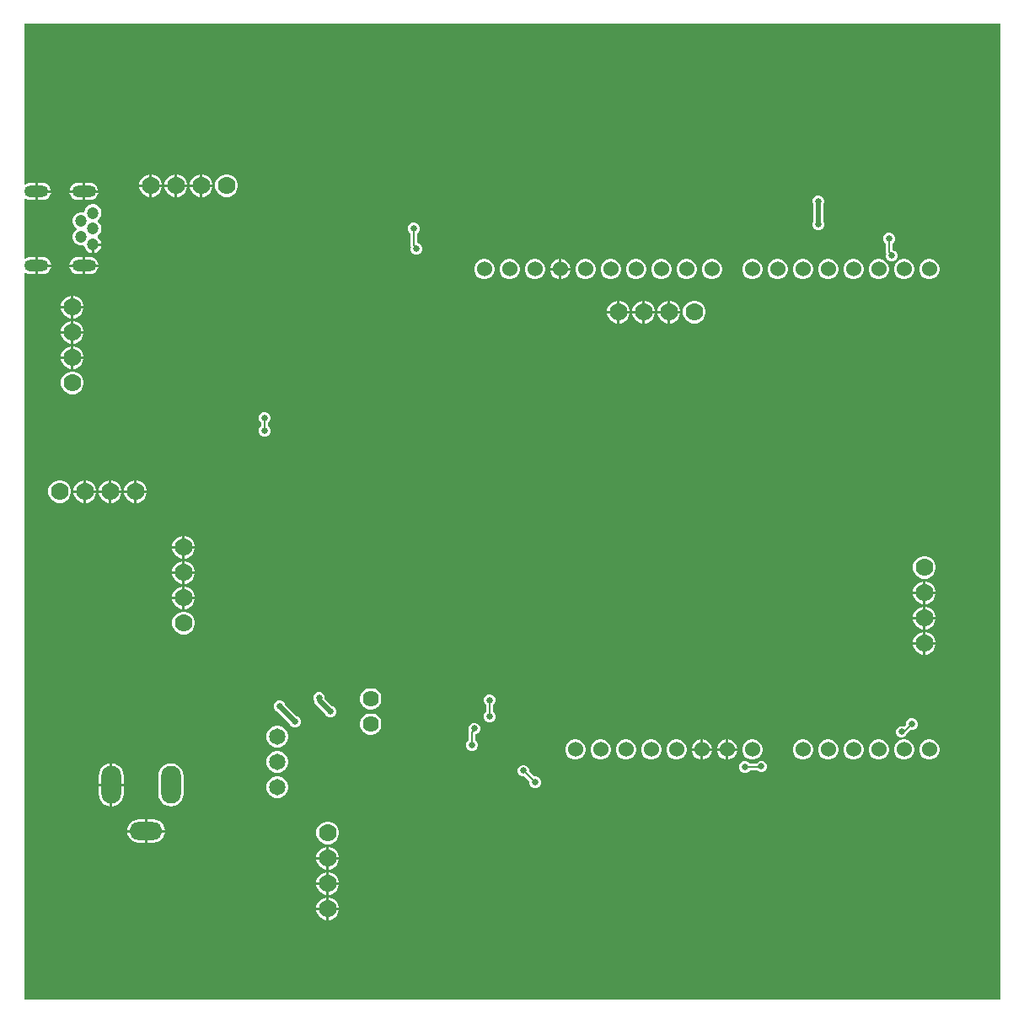
<source format=gbl>
G04*
G04 #@! TF.GenerationSoftware,Altium Limited,Altium Designer,24.1.2 (44)*
G04*
G04 Layer_Physical_Order=2*
G04 Layer_Color=16711680*
%FSLAX44Y44*%
%MOMM*%
G71*
G04*
G04 #@! TF.SameCoordinates,2C86CFE1-E18B-4F6B-AC91-37C5E2943870*
G04*
G04*
G04 #@! TF.FilePolarity,Positive*
G04*
G01*
G75*
%ADD12C,0.5080*%
%ADD14C,0.1524*%
%ADD50C,1.5240*%
%ADD51O,2.4000X1.2000*%
%ADD52C,1.2000*%
%ADD53C,1.7780*%
%ADD54C,1.6200*%
%ADD55C,1.6500*%
%ADD56O,2.0000X3.8000*%
%ADD57O,3.3000X1.8000*%
%ADD58C,0.6350*%
G36*
X985421Y5179D02*
X5179D01*
Y317500D01*
Y735035D01*
X6449Y735662D01*
X7155Y735121D01*
X9232Y734260D01*
X11461Y733967D01*
X16192D01*
Y742580D01*
Y751194D01*
X11461D01*
X9232Y750901D01*
X7155Y750040D01*
X6449Y749499D01*
X5179Y750125D01*
Y809435D01*
X6449Y810061D01*
X7155Y809520D01*
X9232Y808659D01*
X11461Y808366D01*
X16192D01*
Y816980D01*
Y825593D01*
X11461D01*
X9232Y825300D01*
X7155Y824439D01*
X6449Y823898D01*
X5179Y824525D01*
Y985421D01*
X985421D01*
Y5179D01*
D02*
G37*
%LPC*%
G36*
X184385Y834390D02*
X184150D01*
Y824230D01*
X194310D01*
Y824465D01*
X193531Y827372D01*
X192026Y829978D01*
X189898Y832106D01*
X187292Y833611D01*
X184385Y834390D01*
D02*
G37*
G36*
X158985D02*
X158750D01*
Y824230D01*
X168910D01*
Y824465D01*
X168131Y827372D01*
X166626Y829978D01*
X164498Y832106D01*
X161892Y833611D01*
X158985Y834390D01*
D02*
G37*
G36*
X133585D02*
X133350D01*
Y824230D01*
X143510D01*
Y824465D01*
X142731Y827372D01*
X141226Y829978D01*
X139098Y832106D01*
X136492Y833611D01*
X133585Y834390D01*
D02*
G37*
G36*
X181610D02*
X181375D01*
X178468Y833611D01*
X175862Y832106D01*
X173734Y829978D01*
X172229Y827372D01*
X171450Y824465D01*
Y824230D01*
X181610D01*
Y834390D01*
D02*
G37*
G36*
X156210D02*
X155975D01*
X153068Y833611D01*
X150462Y832106D01*
X148334Y829978D01*
X146829Y827372D01*
X146050Y824465D01*
Y824230D01*
X156210D01*
Y834390D01*
D02*
G37*
G36*
X130810D02*
X130575D01*
X127668Y833611D01*
X125062Y832106D01*
X122934Y829978D01*
X121429Y827372D01*
X120650Y824465D01*
Y824230D01*
X130810D01*
Y834390D01*
D02*
G37*
G36*
X70961Y825593D02*
X66231D01*
Y818250D01*
X79408D01*
X79282Y819209D01*
X78421Y821286D01*
X77052Y823070D01*
X75268Y824439D01*
X73191Y825300D01*
X70961Y825593D01*
D02*
G37*
G36*
X23461D02*
X18731D01*
Y818250D01*
X31908D01*
X31782Y819209D01*
X30921Y821286D01*
X29552Y823070D01*
X27768Y824439D01*
X25691Y825300D01*
X23461Y825593D01*
D02*
G37*
G36*
X63692D02*
X58962D01*
X56732Y825300D01*
X54655Y824439D01*
X52871Y823070D01*
X51502Y821286D01*
X50641Y819209D01*
X50515Y818250D01*
X63692D01*
Y825593D01*
D02*
G37*
G36*
X209785Y834390D02*
X206775D01*
X203868Y833611D01*
X201262Y832106D01*
X199134Y829978D01*
X197629Y827372D01*
X196850Y824465D01*
Y821455D01*
X197629Y818548D01*
X199134Y815942D01*
X201262Y813814D01*
X203868Y812309D01*
X206775Y811530D01*
X209785D01*
X212692Y812309D01*
X215298Y813814D01*
X217426Y815942D01*
X218931Y818548D01*
X219710Y821455D01*
Y824465D01*
X218931Y827372D01*
X217426Y829978D01*
X215298Y832106D01*
X212692Y833611D01*
X209785Y834390D01*
D02*
G37*
G36*
X194310Y821690D02*
X184150D01*
Y811530D01*
X184385D01*
X187292Y812309D01*
X189898Y813814D01*
X192026Y815942D01*
X193531Y818548D01*
X194310Y821455D01*
Y821690D01*
D02*
G37*
G36*
X181610D02*
X171450D01*
Y821455D01*
X172229Y818548D01*
X173734Y815942D01*
X175862Y813814D01*
X178468Y812309D01*
X181375Y811530D01*
X181610D01*
Y821690D01*
D02*
G37*
G36*
X168910D02*
X158750D01*
Y811530D01*
X158985D01*
X161892Y812309D01*
X164498Y813814D01*
X166626Y815942D01*
X168131Y818548D01*
X168910Y821455D01*
Y821690D01*
D02*
G37*
G36*
X156210D02*
X146050D01*
Y821455D01*
X146829Y818548D01*
X148334Y815942D01*
X150462Y813814D01*
X153068Y812309D01*
X155975Y811530D01*
X156210D01*
Y821690D01*
D02*
G37*
G36*
X143510D02*
X133350D01*
Y811530D01*
X133585D01*
X136492Y812309D01*
X139098Y813814D01*
X141226Y815942D01*
X142731Y818548D01*
X143510Y821455D01*
Y821690D01*
D02*
G37*
G36*
X130810D02*
X120650D01*
Y821455D01*
X121429Y818548D01*
X122934Y815942D01*
X125062Y813814D01*
X127668Y812309D01*
X130575Y811530D01*
X130810D01*
Y821690D01*
D02*
G37*
G36*
X79408Y815710D02*
X66231D01*
Y808366D01*
X70961D01*
X73191Y808659D01*
X75268Y809520D01*
X77052Y810889D01*
X78421Y812673D01*
X79282Y814750D01*
X79408Y815710D01*
D02*
G37*
G36*
X63692D02*
X50515D01*
X50641Y814750D01*
X51502Y812673D01*
X52871Y810889D01*
X54655Y809520D01*
X56732Y808659D01*
X58962Y808366D01*
X63692D01*
Y815710D01*
D02*
G37*
G36*
X31908D02*
X18731D01*
Y808366D01*
X23461D01*
X25691Y808659D01*
X27768Y809520D01*
X29552Y810889D01*
X30921Y812673D01*
X31782Y814750D01*
X31908Y815710D01*
D02*
G37*
G36*
X75103Y804120D02*
X72854D01*
X70682Y803538D01*
X68735Y802414D01*
X67145Y800824D01*
X66020Y798876D01*
X65438Y796704D01*
X64169Y795826D01*
X63066Y796122D01*
X60817D01*
X58645Y795540D01*
X56698Y794415D01*
X55108Y792825D01*
X53983Y790878D01*
X53401Y788706D01*
Y786457D01*
X53983Y784285D01*
X55108Y782338D01*
X56698Y780748D01*
X57447Y780315D01*
Y778849D01*
X56698Y778416D01*
X55108Y776826D01*
X53983Y774878D01*
X53401Y772707D01*
Y770458D01*
X53983Y768286D01*
X55108Y766339D01*
X56698Y764749D01*
X58645Y763624D01*
X60817Y763042D01*
X63066D01*
X64169Y763338D01*
X65438Y762457D01*
X66020Y760285D01*
X67145Y758337D01*
X68735Y756748D01*
X70682Y755623D01*
X72709Y755080D01*
Y763581D01*
X73979D01*
Y764851D01*
X82479D01*
X81937Y766878D01*
X80812Y768825D01*
X79222Y770415D01*
X78473Y770848D01*
Y772314D01*
X79222Y772747D01*
X80812Y774337D01*
X81937Y776284D01*
X82519Y778456D01*
Y780705D01*
X81937Y782877D01*
X80812Y784824D01*
X79222Y786414D01*
X78473Y786847D01*
Y788314D01*
X79222Y788746D01*
X80812Y790336D01*
X81937Y792284D01*
X82519Y794456D01*
Y796704D01*
X81937Y798876D01*
X80812Y800824D01*
X79222Y802414D01*
X77275Y803538D01*
X75103Y804120D01*
D02*
G37*
G36*
X803777Y812673D02*
X801503D01*
X799403Y811803D01*
X797795Y810195D01*
X796925Y808095D01*
Y805821D01*
X797460Y804528D01*
Y786401D01*
X796925Y785108D01*
Y782834D01*
X797795Y780734D01*
X799403Y779126D01*
X801503Y778256D01*
X803777D01*
X805877Y779126D01*
X807485Y780734D01*
X808355Y782834D01*
Y785108D01*
X807820Y786401D01*
Y804528D01*
X808355Y805821D01*
Y808095D01*
X807485Y810195D01*
X805877Y811803D01*
X803777Y812673D01*
D02*
G37*
G36*
X82479Y762311D02*
X75248D01*
Y755080D01*
X77275Y755623D01*
X79222Y756748D01*
X80812Y758337D01*
X81937Y760285D01*
X82479Y762311D01*
D02*
G37*
G36*
X397377Y785495D02*
X395103D01*
X393003Y784625D01*
X391395Y783017D01*
X390525Y780917D01*
Y778643D01*
X391395Y776543D01*
X392873Y775064D01*
Y763306D01*
X393130Y762018D01*
X393453Y761534D01*
X393065Y760597D01*
Y758323D01*
X393935Y756223D01*
X395543Y754615D01*
X397643Y753745D01*
X399917D01*
X402017Y754615D01*
X403625Y756223D01*
X404495Y758323D01*
Y760597D01*
X403625Y762697D01*
X402017Y764305D01*
X399917Y765175D01*
X399607D01*
Y775064D01*
X401085Y776543D01*
X401955Y778643D01*
Y780917D01*
X401085Y783017D01*
X399477Y784625D01*
X397377Y785495D01*
D02*
G37*
G36*
X874897Y775335D02*
X872623D01*
X870523Y774465D01*
X868915Y772857D01*
X868045Y770757D01*
Y768483D01*
X868915Y766383D01*
X870393Y764904D01*
Y756448D01*
X870650Y755160D01*
X870973Y754676D01*
X870585Y753739D01*
Y751465D01*
X871455Y749365D01*
X873063Y747757D01*
X875163Y746887D01*
X877437D01*
X879537Y747757D01*
X881145Y749365D01*
X882015Y751465D01*
Y753739D01*
X881145Y755839D01*
X879537Y757447D01*
X877437Y758317D01*
X877127D01*
Y764904D01*
X878605Y766383D01*
X879475Y768483D01*
Y770757D01*
X878605Y772857D01*
X876997Y774465D01*
X874897Y775335D01*
D02*
G37*
G36*
X70961Y751194D02*
X66231D01*
Y743850D01*
X79408D01*
X79282Y744810D01*
X78421Y746887D01*
X77052Y748671D01*
X75268Y750040D01*
X73191Y750901D01*
X70961Y751194D01*
D02*
G37*
G36*
X23461D02*
X18731D01*
Y743850D01*
X31908D01*
X31782Y744810D01*
X30921Y746887D01*
X29552Y748671D01*
X27768Y750040D01*
X25691Y750901D01*
X23461Y751194D01*
D02*
G37*
G36*
X63692D02*
X58962D01*
X56732Y750901D01*
X54655Y750040D01*
X52871Y748671D01*
X51502Y746887D01*
X50641Y744810D01*
X50515Y743850D01*
X63692D01*
Y751194D01*
D02*
G37*
G36*
X544898Y749300D02*
X544830D01*
Y740410D01*
X553720D01*
Y740478D01*
X553028Y743062D01*
X551690Y745378D01*
X549798Y747270D01*
X547482Y748608D01*
X544898Y749300D01*
D02*
G37*
G36*
X542290D02*
X542222D01*
X539638Y748608D01*
X537322Y747270D01*
X535430Y745378D01*
X534092Y743062D01*
X533400Y740478D01*
Y740410D01*
X542290D01*
Y749300D01*
D02*
G37*
G36*
X79408Y741310D02*
X66231D01*
Y733967D01*
X70961D01*
X73191Y734260D01*
X75268Y735121D01*
X77052Y736490D01*
X78421Y738274D01*
X79282Y740351D01*
X79408Y741310D01*
D02*
G37*
G36*
X63692D02*
X50515D01*
X50641Y740351D01*
X51502Y738274D01*
X52871Y736490D01*
X54655Y735121D01*
X56732Y734260D01*
X58962Y733967D01*
X63692D01*
Y741310D01*
D02*
G37*
G36*
X31908D02*
X18731D01*
Y733967D01*
X23461D01*
X25691Y734260D01*
X27768Y735121D01*
X29552Y736490D01*
X30921Y738274D01*
X31782Y740351D01*
X31908Y741310D01*
D02*
G37*
G36*
X915738Y749300D02*
X913062D01*
X910478Y748608D01*
X908162Y747270D01*
X906270Y745378D01*
X904932Y743062D01*
X904240Y740478D01*
Y737802D01*
X904932Y735218D01*
X906270Y732902D01*
X908162Y731010D01*
X910478Y729672D01*
X913062Y728980D01*
X915738D01*
X918322Y729672D01*
X920638Y731010D01*
X922530Y732902D01*
X923868Y735218D01*
X924560Y737802D01*
Y740478D01*
X923868Y743062D01*
X922530Y745378D01*
X920638Y747270D01*
X918322Y748608D01*
X915738Y749300D01*
D02*
G37*
G36*
X890338D02*
X887662D01*
X885078Y748608D01*
X882762Y747270D01*
X880870Y745378D01*
X879532Y743062D01*
X878840Y740478D01*
Y737802D01*
X879532Y735218D01*
X880870Y732902D01*
X882762Y731010D01*
X885078Y729672D01*
X887662Y728980D01*
X890338D01*
X892922Y729672D01*
X895238Y731010D01*
X897130Y732902D01*
X898468Y735218D01*
X899160Y737802D01*
Y740478D01*
X898468Y743062D01*
X897130Y745378D01*
X895238Y747270D01*
X892922Y748608D01*
X890338Y749300D01*
D02*
G37*
G36*
X864938D02*
X862262D01*
X859678Y748608D01*
X857362Y747270D01*
X855470Y745378D01*
X854132Y743062D01*
X853440Y740478D01*
Y737802D01*
X854132Y735218D01*
X855470Y732902D01*
X857362Y731010D01*
X859678Y729672D01*
X862262Y728980D01*
X864938D01*
X867522Y729672D01*
X869838Y731010D01*
X871730Y732902D01*
X873068Y735218D01*
X873760Y737802D01*
Y740478D01*
X873068Y743062D01*
X871730Y745378D01*
X869838Y747270D01*
X867522Y748608D01*
X864938Y749300D01*
D02*
G37*
G36*
X839538D02*
X836862D01*
X834278Y748608D01*
X831962Y747270D01*
X830070Y745378D01*
X828732Y743062D01*
X828040Y740478D01*
Y737802D01*
X828732Y735218D01*
X830070Y732902D01*
X831962Y731010D01*
X834278Y729672D01*
X836862Y728980D01*
X839538D01*
X842122Y729672D01*
X844438Y731010D01*
X846330Y732902D01*
X847668Y735218D01*
X848360Y737802D01*
Y740478D01*
X847668Y743062D01*
X846330Y745378D01*
X844438Y747270D01*
X842122Y748608D01*
X839538Y749300D01*
D02*
G37*
G36*
X814138D02*
X811462D01*
X808878Y748608D01*
X806562Y747270D01*
X804670Y745378D01*
X803332Y743062D01*
X802640Y740478D01*
Y737802D01*
X803332Y735218D01*
X804670Y732902D01*
X806562Y731010D01*
X808878Y729672D01*
X811462Y728980D01*
X814138D01*
X816722Y729672D01*
X819038Y731010D01*
X820930Y732902D01*
X822268Y735218D01*
X822960Y737802D01*
Y740478D01*
X822268Y743062D01*
X820930Y745378D01*
X819038Y747270D01*
X816722Y748608D01*
X814138Y749300D01*
D02*
G37*
G36*
X788738D02*
X786062D01*
X783478Y748608D01*
X781162Y747270D01*
X779270Y745378D01*
X777932Y743062D01*
X777240Y740478D01*
Y737802D01*
X777932Y735218D01*
X779270Y732902D01*
X781162Y731010D01*
X783478Y729672D01*
X786062Y728980D01*
X788738D01*
X791322Y729672D01*
X793638Y731010D01*
X795530Y732902D01*
X796868Y735218D01*
X797560Y737802D01*
Y740478D01*
X796868Y743062D01*
X795530Y745378D01*
X793638Y747270D01*
X791322Y748608D01*
X788738Y749300D01*
D02*
G37*
G36*
X763338D02*
X760662D01*
X758078Y748608D01*
X755762Y747270D01*
X753870Y745378D01*
X752532Y743062D01*
X751840Y740478D01*
Y737802D01*
X752532Y735218D01*
X753870Y732902D01*
X755762Y731010D01*
X758078Y729672D01*
X760662Y728980D01*
X763338D01*
X765922Y729672D01*
X768238Y731010D01*
X770130Y732902D01*
X771468Y735218D01*
X772160Y737802D01*
Y740478D01*
X771468Y743062D01*
X770130Y745378D01*
X768238Y747270D01*
X765922Y748608D01*
X763338Y749300D01*
D02*
G37*
G36*
X737938D02*
X735262D01*
X732678Y748608D01*
X730362Y747270D01*
X728470Y745378D01*
X727132Y743062D01*
X726440Y740478D01*
Y737802D01*
X727132Y735218D01*
X728470Y732902D01*
X730362Y731010D01*
X732678Y729672D01*
X735262Y728980D01*
X737938D01*
X740522Y729672D01*
X742838Y731010D01*
X744730Y732902D01*
X746068Y735218D01*
X746760Y737802D01*
Y740478D01*
X746068Y743062D01*
X744730Y745378D01*
X742838Y747270D01*
X740522Y748608D01*
X737938Y749300D01*
D02*
G37*
G36*
X697298D02*
X694622D01*
X692038Y748608D01*
X689722Y747270D01*
X687830Y745378D01*
X686492Y743062D01*
X685800Y740478D01*
Y737802D01*
X686492Y735218D01*
X687830Y732902D01*
X689722Y731010D01*
X692038Y729672D01*
X694622Y728980D01*
X697298D01*
X699882Y729672D01*
X702198Y731010D01*
X704090Y732902D01*
X705428Y735218D01*
X706120Y737802D01*
Y740478D01*
X705428Y743062D01*
X704090Y745378D01*
X702198Y747270D01*
X699882Y748608D01*
X697298Y749300D01*
D02*
G37*
G36*
X671898D02*
X669222D01*
X666638Y748608D01*
X664322Y747270D01*
X662430Y745378D01*
X661092Y743062D01*
X660400Y740478D01*
Y737802D01*
X661092Y735218D01*
X662430Y732902D01*
X664322Y731010D01*
X666638Y729672D01*
X669222Y728980D01*
X671898D01*
X674482Y729672D01*
X676798Y731010D01*
X678690Y732902D01*
X680028Y735218D01*
X680720Y737802D01*
Y740478D01*
X680028Y743062D01*
X678690Y745378D01*
X676798Y747270D01*
X674482Y748608D01*
X671898Y749300D01*
D02*
G37*
G36*
X646498D02*
X643822D01*
X641238Y748608D01*
X638922Y747270D01*
X637030Y745378D01*
X635692Y743062D01*
X635000Y740478D01*
Y737802D01*
X635692Y735218D01*
X637030Y732902D01*
X638922Y731010D01*
X641238Y729672D01*
X643822Y728980D01*
X646498D01*
X649082Y729672D01*
X651398Y731010D01*
X653290Y732902D01*
X654628Y735218D01*
X655320Y737802D01*
Y740478D01*
X654628Y743062D01*
X653290Y745378D01*
X651398Y747270D01*
X649082Y748608D01*
X646498Y749300D01*
D02*
G37*
G36*
X621098D02*
X618422D01*
X615838Y748608D01*
X613522Y747270D01*
X611630Y745378D01*
X610292Y743062D01*
X609600Y740478D01*
Y737802D01*
X610292Y735218D01*
X611630Y732902D01*
X613522Y731010D01*
X615838Y729672D01*
X618422Y728980D01*
X621098D01*
X623682Y729672D01*
X625998Y731010D01*
X627890Y732902D01*
X629228Y735218D01*
X629920Y737802D01*
Y740478D01*
X629228Y743062D01*
X627890Y745378D01*
X625998Y747270D01*
X623682Y748608D01*
X621098Y749300D01*
D02*
G37*
G36*
X595698D02*
X593022D01*
X590438Y748608D01*
X588122Y747270D01*
X586230Y745378D01*
X584892Y743062D01*
X584200Y740478D01*
Y737802D01*
X584892Y735218D01*
X586230Y732902D01*
X588122Y731010D01*
X590438Y729672D01*
X593022Y728980D01*
X595698D01*
X598282Y729672D01*
X600598Y731010D01*
X602490Y732902D01*
X603828Y735218D01*
X604520Y737802D01*
Y740478D01*
X603828Y743062D01*
X602490Y745378D01*
X600598Y747270D01*
X598282Y748608D01*
X595698Y749300D01*
D02*
G37*
G36*
X570298D02*
X567622D01*
X565038Y748608D01*
X562722Y747270D01*
X560830Y745378D01*
X559492Y743062D01*
X558800Y740478D01*
Y737802D01*
X559492Y735218D01*
X560830Y732902D01*
X562722Y731010D01*
X565038Y729672D01*
X567622Y728980D01*
X570298D01*
X572882Y729672D01*
X575198Y731010D01*
X577090Y732902D01*
X578428Y735218D01*
X579120Y737802D01*
Y740478D01*
X578428Y743062D01*
X577090Y745378D01*
X575198Y747270D01*
X572882Y748608D01*
X570298Y749300D01*
D02*
G37*
G36*
X553720Y737870D02*
X544830D01*
Y728980D01*
X544898D01*
X547482Y729672D01*
X549798Y731010D01*
X551690Y732902D01*
X553028Y735218D01*
X553720Y737802D01*
Y737870D01*
D02*
G37*
G36*
X542290D02*
X533400D01*
Y737802D01*
X534092Y735218D01*
X535430Y732902D01*
X537322Y731010D01*
X539638Y729672D01*
X542222Y728980D01*
X542290D01*
Y737870D01*
D02*
G37*
G36*
X519498Y749300D02*
X516822D01*
X514238Y748608D01*
X511922Y747270D01*
X510030Y745378D01*
X508692Y743062D01*
X508000Y740478D01*
Y737802D01*
X508692Y735218D01*
X510030Y732902D01*
X511922Y731010D01*
X514238Y729672D01*
X516822Y728980D01*
X519498D01*
X522082Y729672D01*
X524398Y731010D01*
X526290Y732902D01*
X527628Y735218D01*
X528320Y737802D01*
Y740478D01*
X527628Y743062D01*
X526290Y745378D01*
X524398Y747270D01*
X522082Y748608D01*
X519498Y749300D01*
D02*
G37*
G36*
X494098D02*
X491422D01*
X488838Y748608D01*
X486522Y747270D01*
X484630Y745378D01*
X483292Y743062D01*
X482600Y740478D01*
Y737802D01*
X483292Y735218D01*
X484630Y732902D01*
X486522Y731010D01*
X488838Y729672D01*
X491422Y728980D01*
X494098D01*
X496682Y729672D01*
X498998Y731010D01*
X500890Y732902D01*
X502228Y735218D01*
X502920Y737802D01*
Y740478D01*
X502228Y743062D01*
X500890Y745378D01*
X498998Y747270D01*
X496682Y748608D01*
X494098Y749300D01*
D02*
G37*
G36*
X468698D02*
X466022D01*
X463438Y748608D01*
X461122Y747270D01*
X459230Y745378D01*
X457892Y743062D01*
X457200Y740478D01*
Y737802D01*
X457892Y735218D01*
X459230Y732902D01*
X461122Y731010D01*
X463438Y729672D01*
X466022Y728980D01*
X468698D01*
X471282Y729672D01*
X473598Y731010D01*
X475490Y732902D01*
X476828Y735218D01*
X477520Y737802D01*
Y740478D01*
X476828Y743062D01*
X475490Y745378D01*
X473598Y747270D01*
X471282Y748608D01*
X468698Y749300D01*
D02*
G37*
G36*
X54845Y712470D02*
X54610D01*
Y702310D01*
X64770D01*
Y702545D01*
X63991Y705452D01*
X62486Y708058D01*
X60358Y710186D01*
X57752Y711691D01*
X54845Y712470D01*
D02*
G37*
G36*
X52070D02*
X51835D01*
X48928Y711691D01*
X46322Y710186D01*
X44194Y708058D01*
X42689Y705452D01*
X41910Y702545D01*
Y702310D01*
X52070D01*
Y712470D01*
D02*
G37*
G36*
X654285Y707390D02*
X654050D01*
Y697230D01*
X664210D01*
Y697465D01*
X663431Y700372D01*
X661926Y702978D01*
X659798Y705106D01*
X657192Y706611D01*
X654285Y707390D01*
D02*
G37*
G36*
X628885D02*
X628650D01*
Y697230D01*
X638810D01*
Y697465D01*
X638031Y700372D01*
X636526Y702978D01*
X634398Y705106D01*
X631792Y706611D01*
X628885Y707390D01*
D02*
G37*
G36*
X603485D02*
X603250D01*
Y697230D01*
X613410D01*
Y697465D01*
X612631Y700372D01*
X611126Y702978D01*
X608998Y705106D01*
X606392Y706611D01*
X603485Y707390D01*
D02*
G37*
G36*
X626110D02*
X625875D01*
X622968Y706611D01*
X620362Y705106D01*
X618234Y702978D01*
X616729Y700372D01*
X615950Y697465D01*
Y697230D01*
X626110D01*
Y707390D01*
D02*
G37*
G36*
X651510D02*
X651275D01*
X648368Y706611D01*
X645762Y705106D01*
X643634Y702978D01*
X642129Y700372D01*
X641350Y697465D01*
Y697230D01*
X651510D01*
Y707390D01*
D02*
G37*
G36*
X600710D02*
X600475D01*
X597568Y706611D01*
X594962Y705106D01*
X592834Y702978D01*
X591329Y700372D01*
X590550Y697465D01*
Y697230D01*
X600710D01*
Y707390D01*
D02*
G37*
G36*
X64770Y699770D02*
X54610D01*
Y689610D01*
X54845D01*
X57752Y690389D01*
X60358Y691894D01*
X62486Y694022D01*
X63991Y696628D01*
X64770Y699535D01*
Y699770D01*
D02*
G37*
G36*
X52070D02*
X41910D01*
Y699535D01*
X42689Y696628D01*
X44194Y694022D01*
X46322Y691894D01*
X48928Y690389D01*
X51835Y689610D01*
X52070D01*
Y699770D01*
D02*
G37*
G36*
X679685Y707390D02*
X676675D01*
X673768Y706611D01*
X671162Y705106D01*
X669034Y702978D01*
X667529Y700372D01*
X666750Y697465D01*
Y694455D01*
X667529Y691548D01*
X669034Y688942D01*
X671162Y686814D01*
X673768Y685309D01*
X676675Y684530D01*
X679685D01*
X682592Y685309D01*
X685198Y686814D01*
X687326Y688942D01*
X688831Y691548D01*
X689610Y694455D01*
Y697465D01*
X688831Y700372D01*
X687326Y702978D01*
X685198Y705106D01*
X682592Y706611D01*
X679685Y707390D01*
D02*
G37*
G36*
X664210Y694690D02*
X654050D01*
Y684530D01*
X654285D01*
X657192Y685309D01*
X659798Y686814D01*
X661926Y688942D01*
X663431Y691548D01*
X664210Y694455D01*
Y694690D01*
D02*
G37*
G36*
X651510D02*
X641350D01*
Y694455D01*
X642129Y691548D01*
X643634Y688942D01*
X645762Y686814D01*
X648368Y685309D01*
X651275Y684530D01*
X651510D01*
Y694690D01*
D02*
G37*
G36*
X638810D02*
X628650D01*
Y684530D01*
X628885D01*
X631792Y685309D01*
X634398Y686814D01*
X636526Y688942D01*
X638031Y691548D01*
X638810Y694455D01*
Y694690D01*
D02*
G37*
G36*
X626110D02*
X615950D01*
Y694455D01*
X616729Y691548D01*
X618234Y688942D01*
X620362Y686814D01*
X622968Y685309D01*
X625875Y684530D01*
X626110D01*
Y694690D01*
D02*
G37*
G36*
X613410D02*
X603250D01*
Y684530D01*
X603485D01*
X606392Y685309D01*
X608998Y686814D01*
X611126Y688942D01*
X612631Y691548D01*
X613410Y694455D01*
Y694690D01*
D02*
G37*
G36*
X600710D02*
X590550D01*
Y694455D01*
X591329Y691548D01*
X592834Y688942D01*
X594962Y686814D01*
X597568Y685309D01*
X600475Y684530D01*
X600710D01*
Y694690D01*
D02*
G37*
G36*
X54845Y687070D02*
X54610D01*
Y676910D01*
X64770D01*
Y677145D01*
X63991Y680052D01*
X62486Y682658D01*
X60358Y684786D01*
X57752Y686291D01*
X54845Y687070D01*
D02*
G37*
G36*
X52070D02*
X51835D01*
X48928Y686291D01*
X46322Y684786D01*
X44194Y682658D01*
X42689Y680052D01*
X41910Y677145D01*
Y676910D01*
X52070D01*
Y687070D01*
D02*
G37*
G36*
X64770Y674370D02*
X54610D01*
Y664210D01*
X54845D01*
X57752Y664989D01*
X60358Y666494D01*
X62486Y668622D01*
X63991Y671228D01*
X64770Y674135D01*
Y674370D01*
D02*
G37*
G36*
X52070D02*
X41910D01*
Y674135D01*
X42689Y671228D01*
X44194Y668622D01*
X46322Y666494D01*
X48928Y664989D01*
X51835Y664210D01*
X52070D01*
Y674370D01*
D02*
G37*
G36*
X54845Y661670D02*
X54610D01*
Y651510D01*
X64770D01*
Y651745D01*
X63991Y654652D01*
X62486Y657258D01*
X60358Y659386D01*
X57752Y660891D01*
X54845Y661670D01*
D02*
G37*
G36*
X52070D02*
X51835D01*
X48928Y660891D01*
X46322Y659386D01*
X44194Y657258D01*
X42689Y654652D01*
X41910Y651745D01*
Y651510D01*
X52070D01*
Y661670D01*
D02*
G37*
G36*
X64770Y648970D02*
X54610D01*
Y638810D01*
X54845D01*
X57752Y639589D01*
X60358Y641094D01*
X62486Y643222D01*
X63991Y645828D01*
X64770Y648735D01*
Y648970D01*
D02*
G37*
G36*
X52070D02*
X41910D01*
Y648735D01*
X42689Y645828D01*
X44194Y643222D01*
X46322Y641094D01*
X48928Y639589D01*
X51835Y638810D01*
X52070D01*
Y648970D01*
D02*
G37*
G36*
X54845Y636270D02*
X51835D01*
X48928Y635491D01*
X46322Y633986D01*
X44194Y631858D01*
X42689Y629252D01*
X41910Y626345D01*
Y623335D01*
X42689Y620428D01*
X44194Y617822D01*
X46322Y615694D01*
X48928Y614189D01*
X51835Y613410D01*
X54845D01*
X57752Y614189D01*
X60358Y615694D01*
X62486Y617822D01*
X63991Y620428D01*
X64770Y623335D01*
Y626345D01*
X63991Y629252D01*
X62486Y631858D01*
X60358Y633986D01*
X57752Y635491D01*
X54845Y636270D01*
D02*
G37*
G36*
X247517Y595249D02*
X245243D01*
X243143Y594379D01*
X241535Y592771D01*
X240665Y590671D01*
Y588397D01*
X241535Y586297D01*
X243013Y584818D01*
Y581296D01*
X241535Y579817D01*
X240665Y577717D01*
Y575443D01*
X241535Y573343D01*
X243143Y571735D01*
X245243Y570865D01*
X247517D01*
X249617Y571735D01*
X251225Y573343D01*
X252095Y575443D01*
Y577717D01*
X251225Y579817D01*
X249747Y581296D01*
Y584818D01*
X251225Y586297D01*
X252095Y588397D01*
Y590671D01*
X251225Y592771D01*
X249617Y594379D01*
X247517Y595249D01*
D02*
G37*
G36*
X118345Y527050D02*
X118110D01*
Y516890D01*
X128270D01*
Y517125D01*
X127491Y520032D01*
X125986Y522638D01*
X123858Y524766D01*
X121252Y526271D01*
X118345Y527050D01*
D02*
G37*
G36*
X115570D02*
X115335D01*
X112428Y526271D01*
X109822Y524766D01*
X107694Y522638D01*
X106189Y520032D01*
X105410Y517125D01*
Y516890D01*
X115570D01*
Y527050D01*
D02*
G37*
G36*
X92945D02*
X92710D01*
Y516890D01*
X102870D01*
Y517125D01*
X102091Y520032D01*
X100586Y522638D01*
X98458Y524766D01*
X95852Y526271D01*
X92945Y527050D01*
D02*
G37*
G36*
X90170D02*
X89935D01*
X87028Y526271D01*
X84422Y524766D01*
X82294Y522638D01*
X80789Y520032D01*
X80010Y517125D01*
Y516890D01*
X90170D01*
Y527050D01*
D02*
G37*
G36*
X67545D02*
X67310D01*
Y516890D01*
X77470D01*
Y517125D01*
X76691Y520032D01*
X75186Y522638D01*
X73058Y524766D01*
X70452Y526271D01*
X67545Y527050D01*
D02*
G37*
G36*
X64770D02*
X64535D01*
X61628Y526271D01*
X59022Y524766D01*
X56894Y522638D01*
X55389Y520032D01*
X54610Y517125D01*
Y516890D01*
X64770D01*
Y527050D01*
D02*
G37*
G36*
X128270Y514350D02*
X118110D01*
Y504190D01*
X118345D01*
X121252Y504969D01*
X123858Y506474D01*
X125986Y508602D01*
X127491Y511208D01*
X128270Y514115D01*
Y514350D01*
D02*
G37*
G36*
X115570D02*
X105410D01*
Y514115D01*
X106189Y511208D01*
X107694Y508602D01*
X109822Y506474D01*
X112428Y504969D01*
X115335Y504190D01*
X115570D01*
Y514350D01*
D02*
G37*
G36*
X102870D02*
X92710D01*
Y504190D01*
X92945D01*
X95852Y504969D01*
X98458Y506474D01*
X100586Y508602D01*
X102091Y511208D01*
X102870Y514115D01*
Y514350D01*
D02*
G37*
G36*
X90170D02*
X80010D01*
Y514115D01*
X80789Y511208D01*
X82294Y508602D01*
X84422Y506474D01*
X87028Y504969D01*
X89935Y504190D01*
X90170D01*
Y514350D01*
D02*
G37*
G36*
X77470D02*
X67310D01*
Y504190D01*
X67545D01*
X70452Y504969D01*
X73058Y506474D01*
X75186Y508602D01*
X76691Y511208D01*
X77470Y514115D01*
Y514350D01*
D02*
G37*
G36*
X64770D02*
X54610D01*
Y514115D01*
X55389Y511208D01*
X56894Y508602D01*
X59022Y506474D01*
X61628Y504969D01*
X64535Y504190D01*
X64770D01*
Y514350D01*
D02*
G37*
G36*
X42145Y527050D02*
X39135D01*
X36228Y526271D01*
X33622Y524766D01*
X31494Y522638D01*
X29989Y520032D01*
X29210Y517125D01*
Y514115D01*
X29989Y511208D01*
X31494Y508602D01*
X33622Y506474D01*
X36228Y504969D01*
X39135Y504190D01*
X42145D01*
X45052Y504969D01*
X47658Y506474D01*
X49786Y508602D01*
X51291Y511208D01*
X52070Y514115D01*
Y517125D01*
X51291Y520032D01*
X49786Y522638D01*
X47658Y524766D01*
X45052Y526271D01*
X42145Y527050D01*
D02*
G37*
G36*
X166605Y471170D02*
X166370D01*
Y461010D01*
X176530D01*
Y461245D01*
X175751Y464152D01*
X174246Y466758D01*
X172118Y468886D01*
X169512Y470391D01*
X166605Y471170D01*
D02*
G37*
G36*
X163830D02*
X163595D01*
X160688Y470391D01*
X158082Y468886D01*
X155954Y466758D01*
X154449Y464152D01*
X153670Y461245D01*
Y461010D01*
X163830D01*
Y471170D01*
D02*
G37*
G36*
X176530Y458470D02*
X166370D01*
Y448310D01*
X166605D01*
X169512Y449089D01*
X172118Y450594D01*
X174246Y452722D01*
X175751Y455328D01*
X176530Y458235D01*
Y458470D01*
D02*
G37*
G36*
X163830D02*
X153670D01*
Y458235D01*
X154449Y455328D01*
X155954Y452722D01*
X158082Y450594D01*
X160688Y449089D01*
X163595Y448310D01*
X163830D01*
Y458470D01*
D02*
G37*
G36*
X166605Y445770D02*
X166370D01*
Y435610D01*
X176530D01*
Y435845D01*
X175751Y438752D01*
X174246Y441358D01*
X172118Y443486D01*
X169512Y444991D01*
X166605Y445770D01*
D02*
G37*
G36*
X163830D02*
X163595D01*
X160688Y444991D01*
X158082Y443486D01*
X155954Y441358D01*
X154449Y438752D01*
X153670Y435845D01*
Y435610D01*
X163830D01*
Y445770D01*
D02*
G37*
G36*
X910825Y450850D02*
X907815D01*
X904908Y450071D01*
X902302Y448566D01*
X900174Y446438D01*
X898669Y443832D01*
X897890Y440925D01*
Y437915D01*
X898669Y435008D01*
X900174Y432402D01*
X902302Y430274D01*
X904908Y428769D01*
X907815Y427990D01*
X910825D01*
X913732Y428769D01*
X916338Y430274D01*
X918466Y432402D01*
X919971Y435008D01*
X920750Y437915D01*
Y440925D01*
X919971Y443832D01*
X918466Y446438D01*
X916338Y448566D01*
X913732Y450071D01*
X910825Y450850D01*
D02*
G37*
G36*
X176530Y433070D02*
X166370D01*
Y422910D01*
X166605D01*
X169512Y423689D01*
X172118Y425194D01*
X174246Y427322D01*
X175751Y429928D01*
X176530Y432835D01*
Y433070D01*
D02*
G37*
G36*
X163830D02*
X153670D01*
Y432835D01*
X154449Y429928D01*
X155954Y427322D01*
X158082Y425194D01*
X160688Y423689D01*
X163595Y422910D01*
X163830D01*
Y433070D01*
D02*
G37*
G36*
X910825Y425450D02*
X910590D01*
Y415290D01*
X920750D01*
Y415525D01*
X919971Y418432D01*
X918466Y421038D01*
X916338Y423166D01*
X913732Y424671D01*
X910825Y425450D01*
D02*
G37*
G36*
X908050D02*
X907815D01*
X904908Y424671D01*
X902302Y423166D01*
X900174Y421038D01*
X898669Y418432D01*
X897890Y415525D01*
Y415290D01*
X908050D01*
Y425450D01*
D02*
G37*
G36*
X166605Y420370D02*
X166370D01*
Y410210D01*
X176530D01*
Y410445D01*
X175751Y413352D01*
X174246Y415958D01*
X172118Y418086D01*
X169512Y419591D01*
X166605Y420370D01*
D02*
G37*
G36*
X163830D02*
X163595D01*
X160688Y419591D01*
X158082Y418086D01*
X155954Y415958D01*
X154449Y413352D01*
X153670Y410445D01*
Y410210D01*
X163830D01*
Y420370D01*
D02*
G37*
G36*
X920750Y412750D02*
X910590D01*
Y402590D01*
X910825D01*
X913732Y403369D01*
X916338Y404874D01*
X918466Y407002D01*
X919971Y409608D01*
X920750Y412515D01*
Y412750D01*
D02*
G37*
G36*
X908050D02*
X897890D01*
Y412515D01*
X898669Y409608D01*
X900174Y407002D01*
X902302Y404874D01*
X904908Y403369D01*
X907815Y402590D01*
X908050D01*
Y412750D01*
D02*
G37*
G36*
X176530Y407670D02*
X166370D01*
Y397510D01*
X166605D01*
X169512Y398289D01*
X172118Y399794D01*
X174246Y401922D01*
X175751Y404528D01*
X176530Y407435D01*
Y407670D01*
D02*
G37*
G36*
X163830D02*
X153670D01*
Y407435D01*
X154449Y404528D01*
X155954Y401922D01*
X158082Y399794D01*
X160688Y398289D01*
X163595Y397510D01*
X163830D01*
Y407670D01*
D02*
G37*
G36*
X910825Y400050D02*
X910590D01*
Y389890D01*
X920750D01*
Y390125D01*
X919971Y393032D01*
X918466Y395638D01*
X916338Y397766D01*
X913732Y399271D01*
X910825Y400050D01*
D02*
G37*
G36*
X908050D02*
X907815D01*
X904908Y399271D01*
X902302Y397766D01*
X900174Y395638D01*
X898669Y393032D01*
X897890Y390125D01*
Y389890D01*
X908050D01*
Y400050D01*
D02*
G37*
G36*
X920750Y387350D02*
X910590D01*
Y377190D01*
X910825D01*
X913732Y377969D01*
X916338Y379474D01*
X918466Y381602D01*
X919971Y384208D01*
X920750Y387115D01*
Y387350D01*
D02*
G37*
G36*
X908050D02*
X897890D01*
Y387115D01*
X898669Y384208D01*
X900174Y381602D01*
X902302Y379474D01*
X904908Y377969D01*
X907815Y377190D01*
X908050D01*
Y387350D01*
D02*
G37*
G36*
X166605Y394970D02*
X163595D01*
X160688Y394191D01*
X158082Y392686D01*
X155954Y390558D01*
X154449Y387952D01*
X153670Y385045D01*
Y382035D01*
X154449Y379128D01*
X155954Y376522D01*
X158082Y374394D01*
X160688Y372889D01*
X163595Y372110D01*
X166605D01*
X169512Y372889D01*
X172118Y374394D01*
X174246Y376522D01*
X175751Y379128D01*
X176530Y382035D01*
Y385045D01*
X175751Y387952D01*
X174246Y390558D01*
X172118Y392686D01*
X169512Y394191D01*
X166605Y394970D01*
D02*
G37*
G36*
X910825Y374650D02*
X910590D01*
Y364490D01*
X920750D01*
Y364725D01*
X919971Y367632D01*
X918466Y370238D01*
X916338Y372366D01*
X913732Y373871D01*
X910825Y374650D01*
D02*
G37*
G36*
X908050D02*
X907815D01*
X904908Y373871D01*
X902302Y372366D01*
X900174Y370238D01*
X898669Y367632D01*
X897890Y364725D01*
Y364490D01*
X908050D01*
Y374650D01*
D02*
G37*
G36*
X920750Y361950D02*
X910590D01*
Y351790D01*
X910825D01*
X913732Y352569D01*
X916338Y354074D01*
X918466Y356202D01*
X919971Y358808D01*
X920750Y361715D01*
Y361950D01*
D02*
G37*
G36*
X908050D02*
X897890D01*
Y361715D01*
X898669Y358808D01*
X900174Y356202D01*
X902302Y354074D01*
X904908Y352569D01*
X907815Y351790D01*
X908050D01*
Y361950D01*
D02*
G37*
G36*
X354461Y317980D02*
X351659D01*
X348953Y317255D01*
X346527Y315854D01*
X344546Y313873D01*
X343145Y311447D01*
X342420Y308741D01*
Y305939D01*
X343145Y303233D01*
X344546Y300807D01*
X346527Y298826D01*
X348953Y297425D01*
X351659Y296700D01*
X354461D01*
X357167Y297425D01*
X359593Y298826D01*
X361574Y300807D01*
X362975Y303233D01*
X363700Y305939D01*
Y308741D01*
X362975Y311447D01*
X361574Y313873D01*
X359593Y315854D01*
X357167Y317255D01*
X354461Y317980D01*
D02*
G37*
G36*
X302412Y314176D02*
X300138D01*
X298037Y313306D01*
X296430Y311698D01*
X295560Y309598D01*
Y307324D01*
X296376Y305355D01*
X296733Y303560D01*
X297855Y301880D01*
X307040Y292696D01*
X307575Y291403D01*
X309183Y289795D01*
X311283Y288925D01*
X313557D01*
X315657Y289795D01*
X317265Y291403D01*
X318135Y293503D01*
Y295777D01*
X317265Y297877D01*
X315657Y299485D01*
X314364Y300020D01*
X306990Y307395D01*
Y309598D01*
X306120Y311698D01*
X304512Y313306D01*
X302412Y314176D01*
D02*
G37*
G36*
X473577Y311785D02*
X471303D01*
X469203Y310915D01*
X467595Y309307D01*
X466725Y307207D01*
Y304933D01*
X467595Y302833D01*
X469073Y301355D01*
Y294275D01*
X467595Y292797D01*
X466725Y290697D01*
Y288423D01*
X467595Y286323D01*
X469203Y284715D01*
X471303Y283845D01*
X473577D01*
X475677Y284715D01*
X477285Y286323D01*
X478155Y288423D01*
Y290697D01*
X477285Y292797D01*
X475807Y294275D01*
Y301355D01*
X477285Y302833D01*
X478155Y304933D01*
Y307207D01*
X477285Y309307D01*
X475677Y310915D01*
X473577Y311785D01*
D02*
G37*
G36*
X897757Y287655D02*
X895483D01*
X893383Y286785D01*
X891775Y285177D01*
X890905Y283077D01*
Y280986D01*
X888994Y279075D01*
X887327Y279765D01*
X885053D01*
X882953Y278895D01*
X881345Y277287D01*
X880475Y275187D01*
Y272913D01*
X881345Y270813D01*
X882953Y269205D01*
X885053Y268335D01*
X887327D01*
X889427Y269205D01*
X891035Y270813D01*
X891672Y272351D01*
X892034Y272593D01*
X895666Y276225D01*
X897757D01*
X899857Y277095D01*
X901465Y278703D01*
X902335Y280803D01*
Y283077D01*
X901465Y285177D01*
X899857Y286785D01*
X897757Y287655D01*
D02*
G37*
G36*
X262757Y305435D02*
X260483D01*
X258383Y304565D01*
X256775Y302957D01*
X255905Y300857D01*
Y298583D01*
X256775Y296483D01*
X258383Y294875D01*
X259676Y294340D01*
X271480Y282535D01*
X272015Y281243D01*
X273623Y279635D01*
X275723Y278765D01*
X277997D01*
X280097Y279635D01*
X281705Y281243D01*
X282575Y283343D01*
Y285617D01*
X281705Y287717D01*
X280097Y289325D01*
X278804Y289860D01*
X267000Y301665D01*
X266465Y302957D01*
X264857Y304565D01*
X262757Y305435D01*
D02*
G37*
G36*
X354461Y292580D02*
X351659D01*
X348953Y291855D01*
X346527Y290454D01*
X344546Y288473D01*
X343145Y286047D01*
X342420Y283341D01*
Y280539D01*
X343145Y277833D01*
X344546Y275407D01*
X346527Y273426D01*
X348953Y272025D01*
X351659Y271300D01*
X354461D01*
X357167Y272025D01*
X359593Y273426D01*
X361574Y275407D01*
X362975Y277833D01*
X363700Y280539D01*
Y283341D01*
X362975Y286047D01*
X361574Y288473D01*
X359593Y290454D01*
X357167Y291855D01*
X354461Y292580D01*
D02*
G37*
G36*
X260501Y280030D02*
X257659D01*
X254915Y279295D01*
X252455Y277874D01*
X250446Y275865D01*
X249025Y273405D01*
X248290Y270660D01*
Y267819D01*
X249025Y265075D01*
X250446Y262615D01*
X252455Y260606D01*
X254915Y259185D01*
X257659Y258450D01*
X260501D01*
X263245Y259185D01*
X265705Y260606D01*
X267714Y262615D01*
X269135Y265075D01*
X269870Y267819D01*
Y270660D01*
X269135Y273405D01*
X267714Y275865D01*
X265705Y277874D01*
X263245Y279295D01*
X260501Y280030D01*
D02*
G37*
G36*
X712538Y266700D02*
X712470D01*
Y257810D01*
X721360D01*
Y257878D01*
X720668Y260462D01*
X719330Y262778D01*
X717438Y264670D01*
X715122Y266008D01*
X712538Y266700D01*
D02*
G37*
G36*
X687138D02*
X687070D01*
Y257810D01*
X695960D01*
Y257878D01*
X695268Y260462D01*
X693930Y262778D01*
X692038Y264670D01*
X689722Y266008D01*
X687138Y266700D01*
D02*
G37*
G36*
X709930D02*
X709862D01*
X707278Y266008D01*
X704962Y264670D01*
X703070Y262778D01*
X701732Y260462D01*
X701040Y257878D01*
Y257810D01*
X709930D01*
Y266700D01*
D02*
G37*
G36*
X684530D02*
X684462D01*
X681878Y266008D01*
X679562Y264670D01*
X677670Y262778D01*
X676332Y260462D01*
X675640Y257878D01*
Y257810D01*
X684530D01*
Y266700D01*
D02*
G37*
G36*
X458337Y283210D02*
X456063D01*
X453963Y282340D01*
X452355Y280732D01*
X451485Y278632D01*
Y276358D01*
X451873Y275422D01*
X451550Y274937D01*
X451293Y273649D01*
Y265700D01*
X449815Y264222D01*
X448945Y262122D01*
Y259848D01*
X449815Y257748D01*
X451423Y256140D01*
X453523Y255270D01*
X455797D01*
X457897Y256140D01*
X459505Y257748D01*
X460375Y259848D01*
Y262122D01*
X459505Y264222D01*
X458027Y265700D01*
Y271780D01*
X458337D01*
X460437Y272650D01*
X462045Y274258D01*
X462915Y276358D01*
Y278632D01*
X462045Y280732D01*
X460437Y282340D01*
X458337Y283210D01*
D02*
G37*
G36*
X915738Y266700D02*
X913062D01*
X910478Y266008D01*
X908162Y264670D01*
X906270Y262778D01*
X904932Y260462D01*
X904240Y257878D01*
Y255202D01*
X904932Y252618D01*
X906270Y250302D01*
X908162Y248410D01*
X910478Y247072D01*
X913062Y246380D01*
X915738D01*
X918322Y247072D01*
X920638Y248410D01*
X922530Y250302D01*
X923868Y252618D01*
X924560Y255202D01*
Y257878D01*
X923868Y260462D01*
X922530Y262778D01*
X920638Y264670D01*
X918322Y266008D01*
X915738Y266700D01*
D02*
G37*
G36*
X890338D02*
X887662D01*
X885078Y266008D01*
X882762Y264670D01*
X880870Y262778D01*
X879532Y260462D01*
X878840Y257878D01*
Y255202D01*
X879532Y252618D01*
X880870Y250302D01*
X882762Y248410D01*
X885078Y247072D01*
X887662Y246380D01*
X890338D01*
X892922Y247072D01*
X895238Y248410D01*
X897130Y250302D01*
X898468Y252618D01*
X899160Y255202D01*
Y257878D01*
X898468Y260462D01*
X897130Y262778D01*
X895238Y264670D01*
X892922Y266008D01*
X890338Y266700D01*
D02*
G37*
G36*
X864938D02*
X862262D01*
X859678Y266008D01*
X857362Y264670D01*
X855470Y262778D01*
X854132Y260462D01*
X853440Y257878D01*
Y255202D01*
X854132Y252618D01*
X855470Y250302D01*
X857362Y248410D01*
X859678Y247072D01*
X862262Y246380D01*
X864938D01*
X867522Y247072D01*
X869838Y248410D01*
X871730Y250302D01*
X873068Y252618D01*
X873760Y255202D01*
Y257878D01*
X873068Y260462D01*
X871730Y262778D01*
X869838Y264670D01*
X867522Y266008D01*
X864938Y266700D01*
D02*
G37*
G36*
X839538D02*
X836862D01*
X834278Y266008D01*
X831962Y264670D01*
X830070Y262778D01*
X828732Y260462D01*
X828040Y257878D01*
Y255202D01*
X828732Y252618D01*
X830070Y250302D01*
X831962Y248410D01*
X834278Y247072D01*
X836862Y246380D01*
X839538D01*
X842122Y247072D01*
X844438Y248410D01*
X846330Y250302D01*
X847668Y252618D01*
X848360Y255202D01*
Y257878D01*
X847668Y260462D01*
X846330Y262778D01*
X844438Y264670D01*
X842122Y266008D01*
X839538Y266700D01*
D02*
G37*
G36*
X814138D02*
X811462D01*
X808878Y266008D01*
X806562Y264670D01*
X804670Y262778D01*
X803332Y260462D01*
X802640Y257878D01*
Y255202D01*
X803332Y252618D01*
X804670Y250302D01*
X806562Y248410D01*
X808878Y247072D01*
X811462Y246380D01*
X814138D01*
X816722Y247072D01*
X819038Y248410D01*
X820930Y250302D01*
X822268Y252618D01*
X822960Y255202D01*
Y257878D01*
X822268Y260462D01*
X820930Y262778D01*
X819038Y264670D01*
X816722Y266008D01*
X814138Y266700D01*
D02*
G37*
G36*
X788738D02*
X786062D01*
X783478Y266008D01*
X781162Y264670D01*
X779270Y262778D01*
X777932Y260462D01*
X777240Y257878D01*
Y255202D01*
X777932Y252618D01*
X779270Y250302D01*
X781162Y248410D01*
X783478Y247072D01*
X786062Y246380D01*
X788738D01*
X791322Y247072D01*
X793638Y248410D01*
X795530Y250302D01*
X796868Y252618D01*
X797560Y255202D01*
Y257878D01*
X796868Y260462D01*
X795530Y262778D01*
X793638Y264670D01*
X791322Y266008D01*
X788738Y266700D01*
D02*
G37*
G36*
X737938D02*
X735262D01*
X732678Y266008D01*
X730362Y264670D01*
X728470Y262778D01*
X727132Y260462D01*
X726440Y257878D01*
Y255202D01*
X727132Y252618D01*
X728470Y250302D01*
X730362Y248410D01*
X732678Y247072D01*
X735262Y246380D01*
X737938D01*
X740522Y247072D01*
X742838Y248410D01*
X744730Y250302D01*
X746068Y252618D01*
X746760Y255202D01*
Y257878D01*
X746068Y260462D01*
X744730Y262778D01*
X742838Y264670D01*
X740522Y266008D01*
X737938Y266700D01*
D02*
G37*
G36*
X721360Y255270D02*
X712470D01*
Y246380D01*
X712538D01*
X715122Y247072D01*
X717438Y248410D01*
X719330Y250302D01*
X720668Y252618D01*
X721360Y255202D01*
Y255270D01*
D02*
G37*
G36*
X709930D02*
X701040D01*
Y255202D01*
X701732Y252618D01*
X703070Y250302D01*
X704962Y248410D01*
X707278Y247072D01*
X709862Y246380D01*
X709930D01*
Y255270D01*
D02*
G37*
G36*
X695960D02*
X687070D01*
Y246380D01*
X687138D01*
X689722Y247072D01*
X692038Y248410D01*
X693930Y250302D01*
X695268Y252618D01*
X695960Y255202D01*
Y255270D01*
D02*
G37*
G36*
X684530D02*
X675640D01*
Y255202D01*
X676332Y252618D01*
X677670Y250302D01*
X679562Y248410D01*
X681878Y247072D01*
X684462Y246380D01*
X684530D01*
Y255270D01*
D02*
G37*
G36*
X661738Y266700D02*
X659062D01*
X656478Y266008D01*
X654162Y264670D01*
X652270Y262778D01*
X650932Y260462D01*
X650240Y257878D01*
Y255202D01*
X650932Y252618D01*
X652270Y250302D01*
X654162Y248410D01*
X656478Y247072D01*
X659062Y246380D01*
X661738D01*
X664322Y247072D01*
X666638Y248410D01*
X668530Y250302D01*
X669868Y252618D01*
X670560Y255202D01*
Y257878D01*
X669868Y260462D01*
X668530Y262778D01*
X666638Y264670D01*
X664322Y266008D01*
X661738Y266700D01*
D02*
G37*
G36*
X636338D02*
X633662D01*
X631078Y266008D01*
X628762Y264670D01*
X626870Y262778D01*
X625532Y260462D01*
X624840Y257878D01*
Y255202D01*
X625532Y252618D01*
X626870Y250302D01*
X628762Y248410D01*
X631078Y247072D01*
X633662Y246380D01*
X636338D01*
X638922Y247072D01*
X641238Y248410D01*
X643130Y250302D01*
X644468Y252618D01*
X645160Y255202D01*
Y257878D01*
X644468Y260462D01*
X643130Y262778D01*
X641238Y264670D01*
X638922Y266008D01*
X636338Y266700D01*
D02*
G37*
G36*
X610938D02*
X608262D01*
X605678Y266008D01*
X603362Y264670D01*
X601470Y262778D01*
X600132Y260462D01*
X599440Y257878D01*
Y255202D01*
X600132Y252618D01*
X601470Y250302D01*
X603362Y248410D01*
X605678Y247072D01*
X608262Y246380D01*
X610938D01*
X613522Y247072D01*
X615838Y248410D01*
X617730Y250302D01*
X619068Y252618D01*
X619760Y255202D01*
Y257878D01*
X619068Y260462D01*
X617730Y262778D01*
X615838Y264670D01*
X613522Y266008D01*
X610938Y266700D01*
D02*
G37*
G36*
X585538D02*
X582862D01*
X580278Y266008D01*
X577962Y264670D01*
X576070Y262778D01*
X574732Y260462D01*
X574040Y257878D01*
Y255202D01*
X574732Y252618D01*
X576070Y250302D01*
X577962Y248410D01*
X580278Y247072D01*
X582862Y246380D01*
X585538D01*
X588122Y247072D01*
X590438Y248410D01*
X592330Y250302D01*
X593668Y252618D01*
X594360Y255202D01*
Y257878D01*
X593668Y260462D01*
X592330Y262778D01*
X590438Y264670D01*
X588122Y266008D01*
X585538Y266700D01*
D02*
G37*
G36*
X560138D02*
X557462D01*
X554878Y266008D01*
X552562Y264670D01*
X550670Y262778D01*
X549332Y260462D01*
X548640Y257878D01*
Y255202D01*
X549332Y252618D01*
X550670Y250302D01*
X552562Y248410D01*
X554878Y247072D01*
X557462Y246380D01*
X560138D01*
X562722Y247072D01*
X565038Y248410D01*
X566930Y250302D01*
X568268Y252618D01*
X568960Y255202D01*
Y257878D01*
X568268Y260462D01*
X566930Y262778D01*
X565038Y264670D01*
X562722Y266008D01*
X560138Y266700D01*
D02*
G37*
G36*
X746627Y245110D02*
X744353D01*
X742253Y244240D01*
X740645Y242632D01*
X740567Y242444D01*
X733378D01*
X732217Y243605D01*
X730117Y244475D01*
X727843D01*
X725743Y243605D01*
X724135Y241997D01*
X723265Y239897D01*
Y237623D01*
X724135Y235523D01*
X725743Y233915D01*
X727843Y233045D01*
X730117D01*
X732217Y233915D01*
X733825Y235523D01*
X733903Y235711D01*
X741092D01*
X742253Y234550D01*
X744353Y233680D01*
X746627D01*
X748727Y234550D01*
X750335Y236158D01*
X751205Y238258D01*
Y240532D01*
X750335Y242632D01*
X748727Y244240D01*
X746627Y245110D01*
D02*
G37*
G36*
X260501Y254630D02*
X257659D01*
X254915Y253895D01*
X252455Y252474D01*
X250446Y250465D01*
X249025Y248005D01*
X248290Y245261D01*
Y242419D01*
X249025Y239675D01*
X250446Y237215D01*
X252455Y235206D01*
X254915Y233785D01*
X257659Y233050D01*
X260501D01*
X263245Y233785D01*
X265705Y235206D01*
X267714Y237215D01*
X269135Y239675D01*
X269870Y242419D01*
Y245261D01*
X269135Y248005D01*
X267714Y250465D01*
X265705Y252474D01*
X263245Y253895D01*
X260501Y254630D01*
D02*
G37*
G36*
X93670Y242461D02*
Y222250D01*
X105048D01*
Y229980D01*
X104617Y233254D01*
X103354Y236304D01*
X101344Y238924D01*
X98724Y240934D01*
X95674Y242197D01*
X93670Y242461D01*
D02*
G37*
G36*
X91130D02*
X89126Y242197D01*
X86076Y240934D01*
X83456Y238924D01*
X81446Y236304D01*
X80183Y233254D01*
X79752Y229980D01*
Y222250D01*
X91130D01*
Y242461D01*
D02*
G37*
G36*
X507622Y240909D02*
X505349D01*
X503248Y240039D01*
X501641Y238432D01*
X500771Y236331D01*
Y234058D01*
X501641Y231957D01*
X503248Y230349D01*
X505349Y229479D01*
X507439D01*
X512445Y224474D01*
Y222383D01*
X513315Y220283D01*
X514923Y218675D01*
X517023Y217805D01*
X519297D01*
X521397Y218675D01*
X523005Y220283D01*
X523875Y222383D01*
Y224657D01*
X523005Y226757D01*
X521397Y228365D01*
X519297Y229235D01*
X517206D01*
X512201Y234241D01*
Y236331D01*
X511331Y238432D01*
X509723Y240039D01*
X507622Y240909D01*
D02*
G37*
G36*
X260501Y229230D02*
X257659D01*
X254915Y228495D01*
X252455Y227074D01*
X250446Y225065D01*
X249025Y222605D01*
X248290Y219860D01*
Y217020D01*
X249025Y214275D01*
X250446Y211815D01*
X252455Y209806D01*
X254915Y208385D01*
X257659Y207650D01*
X260501D01*
X263245Y208385D01*
X265705Y209806D01*
X267714Y211815D01*
X269135Y214275D01*
X269870Y217020D01*
Y219860D01*
X269135Y222605D01*
X267714Y225065D01*
X265705Y227074D01*
X263245Y228495D01*
X260501Y229230D01*
D02*
G37*
G36*
X105048Y219710D02*
X93670D01*
Y199499D01*
X95674Y199763D01*
X98724Y201026D01*
X101344Y203036D01*
X103354Y205656D01*
X104617Y208706D01*
X105048Y211980D01*
Y219710D01*
D02*
G37*
G36*
X91130D02*
X79752D01*
Y211980D01*
X80183Y208706D01*
X81446Y205656D01*
X83456Y203036D01*
X86076Y201026D01*
X89126Y199763D01*
X91130Y199499D01*
Y219710D01*
D02*
G37*
G36*
X152400Y242628D02*
X149126Y242197D01*
X146076Y240934D01*
X143456Y238924D01*
X141446Y236304D01*
X140183Y233254D01*
X139752Y229980D01*
Y211980D01*
X140183Y208706D01*
X141446Y205656D01*
X143456Y203036D01*
X146076Y201026D01*
X149126Y199763D01*
X152400Y199332D01*
X155674Y199763D01*
X158724Y201026D01*
X161344Y203036D01*
X163354Y205656D01*
X164617Y208706D01*
X165048Y211980D01*
Y229980D01*
X164617Y233254D01*
X163354Y236304D01*
X161344Y238924D01*
X158724Y240934D01*
X155674Y242197D01*
X152400Y242628D01*
D02*
G37*
G36*
X134900Y186119D02*
X128670D01*
Y175750D01*
X146372D01*
X146143Y177493D01*
X144980Y180300D01*
X143130Y182710D01*
X140720Y184560D01*
X137913Y185723D01*
X134900Y186119D01*
D02*
G37*
G36*
X126130D02*
X119900D01*
X116887Y185723D01*
X114080Y184560D01*
X111670Y182710D01*
X109820Y180300D01*
X108657Y177493D01*
X108428Y175750D01*
X126130D01*
Y186119D01*
D02*
G37*
G36*
X146372Y173210D02*
X128670D01*
Y162840D01*
X134900D01*
X137913Y163237D01*
X140720Y164400D01*
X143130Y166250D01*
X144980Y168660D01*
X146143Y171467D01*
X146372Y173210D01*
D02*
G37*
G36*
X126130D02*
X108428D01*
X108657Y171467D01*
X109820Y168660D01*
X111670Y166250D01*
X114080Y164400D01*
X116887Y163237D01*
X119900Y162840D01*
X126130D01*
Y173210D01*
D02*
G37*
G36*
X311385Y184150D02*
X308375D01*
X305468Y183371D01*
X302862Y181866D01*
X300734Y179738D01*
X299229Y177132D01*
X298450Y174225D01*
Y171215D01*
X299229Y168308D01*
X300734Y165702D01*
X302862Y163574D01*
X305468Y162069D01*
X308375Y161290D01*
X311385D01*
X314292Y162069D01*
X316898Y163574D01*
X319026Y165702D01*
X320531Y168308D01*
X321310Y171215D01*
Y174225D01*
X320531Y177132D01*
X319026Y179738D01*
X316898Y181866D01*
X314292Y183371D01*
X311385Y184150D01*
D02*
G37*
G36*
Y158750D02*
X311150D01*
Y148590D01*
X321310D01*
Y148825D01*
X320531Y151732D01*
X319026Y154338D01*
X316898Y156466D01*
X314292Y157971D01*
X311385Y158750D01*
D02*
G37*
G36*
X308610D02*
X308375D01*
X305468Y157971D01*
X302862Y156466D01*
X300734Y154338D01*
X299229Y151732D01*
X298450Y148825D01*
Y148590D01*
X308610D01*
Y158750D01*
D02*
G37*
G36*
X321310Y146050D02*
X311150D01*
Y135890D01*
X311385D01*
X314292Y136669D01*
X316898Y138174D01*
X319026Y140302D01*
X320531Y142908D01*
X321310Y145815D01*
Y146050D01*
D02*
G37*
G36*
X308610D02*
X298450D01*
Y145815D01*
X299229Y142908D01*
X300734Y140302D01*
X302862Y138174D01*
X305468Y136669D01*
X308375Y135890D01*
X308610D01*
Y146050D01*
D02*
G37*
G36*
X311385Y133350D02*
X311150D01*
Y123190D01*
X321310D01*
Y123425D01*
X320531Y126332D01*
X319026Y128938D01*
X316898Y131066D01*
X314292Y132571D01*
X311385Y133350D01*
D02*
G37*
G36*
X308610D02*
X308375D01*
X305468Y132571D01*
X302862Y131066D01*
X300734Y128938D01*
X299229Y126332D01*
X298450Y123425D01*
Y123190D01*
X308610D01*
Y133350D01*
D02*
G37*
G36*
X321310Y120650D02*
X311150D01*
Y110490D01*
X311385D01*
X314292Y111269D01*
X316898Y112774D01*
X319026Y114902D01*
X320531Y117508D01*
X321310Y120415D01*
Y120650D01*
D02*
G37*
G36*
X308610D02*
X298450D01*
Y120415D01*
X299229Y117508D01*
X300734Y114902D01*
X302862Y112774D01*
X305468Y111269D01*
X308375Y110490D01*
X308610D01*
Y120650D01*
D02*
G37*
G36*
X311385Y107950D02*
X311150D01*
Y97790D01*
X321310D01*
Y98025D01*
X320531Y100932D01*
X319026Y103538D01*
X316898Y105666D01*
X314292Y107171D01*
X311385Y107950D01*
D02*
G37*
G36*
X308610D02*
X308375D01*
X305468Y107171D01*
X302862Y105666D01*
X300734Y103538D01*
X299229Y100932D01*
X298450Y98025D01*
Y97790D01*
X308610D01*
Y107950D01*
D02*
G37*
G36*
X321310Y95250D02*
X311150D01*
Y85090D01*
X311385D01*
X314292Y85869D01*
X316898Y87374D01*
X319026Y89502D01*
X320531Y92108D01*
X321310Y95015D01*
Y95250D01*
D02*
G37*
G36*
X308610D02*
X298450D01*
Y95015D01*
X299229Y92108D01*
X300734Y89502D01*
X302862Y87374D01*
X305468Y85869D01*
X308375Y85090D01*
X308610D01*
Y95250D01*
D02*
G37*
%LPD*%
D12*
X802640Y783971D02*
Y806958D01*
X301275Y308461D02*
X301518Y308218D01*
Y305542D02*
Y308218D01*
Y305542D02*
X312420Y294640D01*
X261620Y299720D02*
X276860Y284480D01*
D14*
X873760Y756448D02*
Y769620D01*
X876300Y752602D02*
Y753908D01*
X873760Y756448D02*
X876300Y753908D01*
X889653Y274974D02*
X896620Y281940D01*
X887113Y274974D02*
X889653D01*
X886190Y274050D02*
X887113Y274974D01*
X472440Y289560D02*
Y306070D01*
X729297Y239077D02*
X745173D01*
X745490Y239395D01*
X728980Y238760D02*
X729297Y239077D01*
X396240Y763306D02*
Y779780D01*
Y763306D02*
X398780Y760766D01*
Y759460D02*
Y760766D01*
X454660Y260985D02*
Y273649D01*
X457200Y276189D01*
Y277495D01*
X506486Y235194D02*
X518160Y223520D01*
X246380Y576580D02*
Y589534D01*
D50*
X787400Y256540D02*
D03*
X812800D02*
D03*
X838200D02*
D03*
X863600D02*
D03*
X889000D02*
D03*
X914400D02*
D03*
Y739140D02*
D03*
X889000D02*
D03*
X863600D02*
D03*
X838200D02*
D03*
X812800D02*
D03*
X787400D02*
D03*
X762000D02*
D03*
X736600D02*
D03*
X695960D02*
D03*
X670560D02*
D03*
X645160D02*
D03*
X619760D02*
D03*
X594360D02*
D03*
X568960D02*
D03*
X543560D02*
D03*
X518160D02*
D03*
X492760D02*
D03*
X467360D02*
D03*
X736600Y256540D02*
D03*
X711200D02*
D03*
X685800D02*
D03*
X660400D02*
D03*
X635000D02*
D03*
X609600D02*
D03*
X584200D02*
D03*
X558800D02*
D03*
D51*
X17462Y816980D02*
D03*
X64962D02*
D03*
Y742580D02*
D03*
X17462D02*
D03*
D52*
X73979Y763581D02*
D03*
Y779581D02*
D03*
X61941Y771582D02*
D03*
Y787582D02*
D03*
X73979Y795580D02*
D03*
D53*
X66040Y515620D02*
D03*
X40640D02*
D03*
X116840D02*
D03*
X91440D02*
D03*
X652780Y695960D02*
D03*
X678180D02*
D03*
X601980D02*
D03*
X627380D02*
D03*
X309880Y121920D02*
D03*
Y96520D02*
D03*
Y172720D02*
D03*
Y147320D02*
D03*
X53340Y650240D02*
D03*
Y624840D02*
D03*
Y701040D02*
D03*
Y675640D02*
D03*
X165100Y434340D02*
D03*
Y459740D02*
D03*
Y383540D02*
D03*
Y408940D02*
D03*
X909320Y414020D02*
D03*
Y439420D02*
D03*
Y363220D02*
D03*
Y388620D02*
D03*
X182880Y822960D02*
D03*
X208280D02*
D03*
X132080D02*
D03*
X157480D02*
D03*
D54*
X353060Y307340D02*
D03*
Y281940D02*
D03*
D55*
X259080Y218440D02*
D03*
Y243840D02*
D03*
Y269240D02*
D03*
D56*
X152400Y220980D02*
D03*
X92400D02*
D03*
D57*
X127400Y174480D02*
D03*
D58*
X472440Y306070D02*
D03*
X876300Y752602D02*
D03*
X873760Y769620D02*
D03*
X886190Y274050D02*
D03*
X896620Y281940D02*
D03*
X472440Y289560D02*
D03*
X802640Y783971D02*
D03*
Y806958D02*
D03*
X617220Y581660D02*
D03*
X281940Y731520D02*
D03*
X713740Y563880D02*
D03*
X745490Y239395D02*
D03*
X728980Y238760D02*
D03*
X584200Y586740D02*
D03*
X396240Y779780D02*
D03*
X398780Y759460D02*
D03*
X454660Y260985D02*
D03*
X457200Y277495D02*
D03*
X301275Y308461D02*
D03*
X637540Y642620D02*
D03*
X706120Y645160D02*
D03*
X668020D02*
D03*
X703580Y444500D02*
D03*
X693420Y566420D02*
D03*
X340539Y736421D02*
D03*
X261620Y299720D02*
D03*
X276860Y284480D02*
D03*
X312420Y294640D02*
D03*
X114300Y50800D02*
D03*
X195580Y58420D02*
D03*
X506486Y235194D02*
D03*
X518160Y223520D02*
D03*
X645160Y353060D02*
D03*
X246380Y589534D02*
D03*
Y576580D02*
D03*
X248920Y469900D02*
D03*
X35560Y304800D02*
D03*
X30480Y350520D02*
D03*
Y383540D02*
D03*
M02*

</source>
